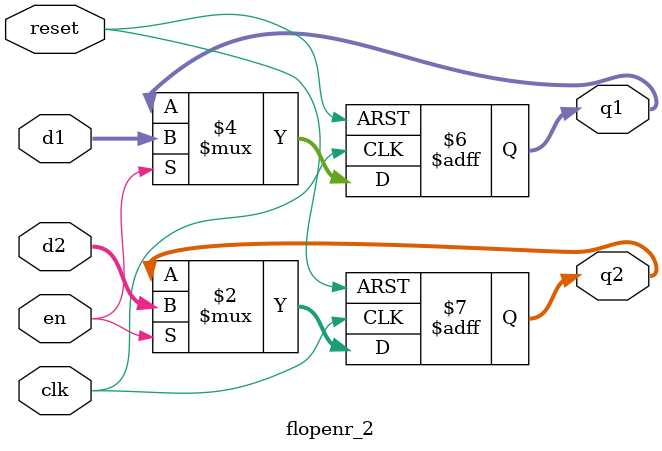
<source format=sv>

module flopenr_2 #(parameter WIDTH = 8)
  (input clk, reset,
   input en,
   input [WIDTH-1:0] d1, d2,
   output reg [WIDTH-1:0] q1, q2);

  always @(posedge clk, posedge reset)
    begin
      if (reset) begin q1 <= 0; q2 <= 0; end
      else if (en) begin q1 <= d1; q2 <= d2; end
    end

endmodule
</source>
